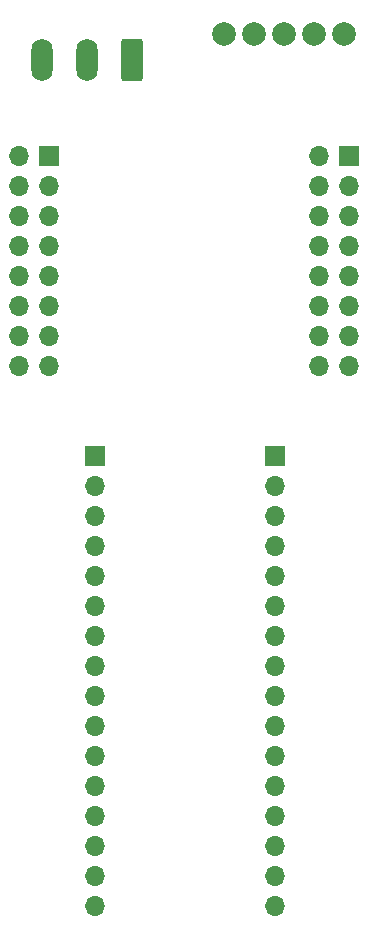
<source format=gbr>
%TF.GenerationSoftware,KiCad,Pcbnew,7.0.7-2.fc38*%
%TF.CreationDate,2024-02-23T01:30:44-08:00*%
%TF.ProjectId,SparrowBreadboardAdapter,53706172-726f-4774-9272-656164626f61,rev?*%
%TF.SameCoordinates,Original*%
%TF.FileFunction,Soldermask,Bot*%
%TF.FilePolarity,Negative*%
%FSLAX46Y46*%
G04 Gerber Fmt 4.6, Leading zero omitted, Abs format (unit mm)*
G04 Created by KiCad (PCBNEW 7.0.7-2.fc38) date 2024-02-23 01:30:44*
%MOMM*%
%LPD*%
G01*
G04 APERTURE LIST*
G04 Aperture macros list*
%AMRoundRect*
0 Rectangle with rounded corners*
0 $1 Rounding radius*
0 $2 $3 $4 $5 $6 $7 $8 $9 X,Y pos of 4 corners*
0 Add a 4 corners polygon primitive as box body*
4,1,4,$2,$3,$4,$5,$6,$7,$8,$9,$2,$3,0*
0 Add four circle primitives for the rounded corners*
1,1,$1+$1,$2,$3*
1,1,$1+$1,$4,$5*
1,1,$1+$1,$6,$7*
1,1,$1+$1,$8,$9*
0 Add four rect primitives between the rounded corners*
20,1,$1+$1,$2,$3,$4,$5,0*
20,1,$1+$1,$4,$5,$6,$7,0*
20,1,$1+$1,$6,$7,$8,$9,0*
20,1,$1+$1,$8,$9,$2,$3,0*%
G04 Aperture macros list end*
%ADD10C,2.000000*%
%ADD11O,1.800000X3.600000*%
%ADD12RoundRect,0.250000X0.650000X1.550000X-0.650000X1.550000X-0.650000X-1.550000X0.650000X-1.550000X0*%
%ADD13R,1.700000X1.700000*%
%ADD14O,1.700000X1.700000*%
G04 APERTURE END LIST*
D10*
%TO.C,J4*%
X150639980Y-53200000D03*
X153179985Y-53200000D03*
X155719990Y-53200000D03*
X158259995Y-53200000D03*
X160800000Y-53200000D03*
%TD*%
D11*
%TO.C,J3*%
X135180000Y-55400000D03*
X138990000Y-55400000D03*
D12*
X142800000Y-55400000D03*
%TD*%
D13*
%TO.C,U1*%
X135790000Y-63500000D03*
D14*
X133250000Y-63500000D03*
X135790000Y-66040000D03*
X133250000Y-66040000D03*
X135790000Y-68580000D03*
X133250000Y-68580000D03*
X135790000Y-71120000D03*
X133250000Y-71120000D03*
X135790000Y-73660000D03*
X133250000Y-73660000D03*
X135790000Y-76200000D03*
X133250000Y-76200000D03*
X135790000Y-78740000D03*
X133250000Y-78740000D03*
X135790000Y-81280000D03*
X133250000Y-81280000D03*
D13*
X161190000Y-63500000D03*
D14*
X158650000Y-63500000D03*
X161190000Y-66040000D03*
X158650000Y-66040000D03*
X161190000Y-68580000D03*
X158650000Y-68580000D03*
X161190000Y-71120000D03*
X158650000Y-71120000D03*
X161190000Y-73660000D03*
X158650000Y-73660000D03*
X161190000Y-76200000D03*
X158650000Y-76200000D03*
X161190000Y-78740000D03*
X158650000Y-78740000D03*
X161190000Y-81280000D03*
X158650000Y-81280000D03*
%TD*%
D13*
%TO.C,J2*%
X154940000Y-88900000D03*
D14*
X154940000Y-91440000D03*
X154940000Y-93980000D03*
X154940000Y-96520000D03*
X154940000Y-99060000D03*
X154940000Y-101600000D03*
X154940000Y-104140000D03*
X154940000Y-106680000D03*
X154940000Y-109220000D03*
X154940000Y-111760000D03*
X154940000Y-114300000D03*
X154940000Y-116840000D03*
X154940000Y-119380000D03*
X154940000Y-121920000D03*
X154940000Y-124460000D03*
X154940000Y-127000000D03*
%TD*%
D13*
%TO.C,J1*%
X139700000Y-88900000D03*
D14*
X139700000Y-91440000D03*
X139700000Y-93980000D03*
X139700000Y-96520000D03*
X139700000Y-99060000D03*
X139700000Y-101600000D03*
X139700000Y-104140000D03*
X139700000Y-106680000D03*
X139700000Y-109220000D03*
X139700000Y-111760000D03*
X139700000Y-114300000D03*
X139700000Y-116840000D03*
X139700000Y-119380000D03*
X139700000Y-121920000D03*
X139700000Y-124460000D03*
X139700000Y-127000000D03*
%TD*%
M02*

</source>
